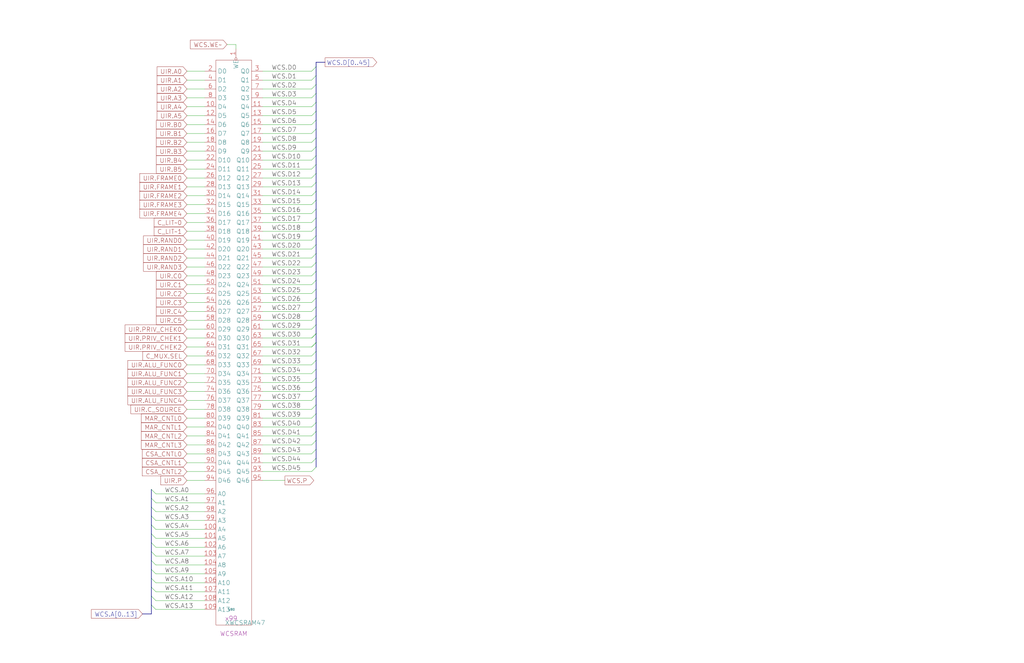
<source format=kicad_sch>
(kicad_sch (version 20221206) (generator eeschema)
  (paper "User" 584.2 378.46)
  (title_block (title "WRITABLE CONTROL STORE\\nWCS BITS 0 TO 15") (date "15-MAR-90") (rev "1.0") (comment 1 "TYPE") (comment 2 "232-003062") (comment 3 "S400") (comment 4 "RELEASED"))
  (lib_symbols
    (symbol "r1000:XWCSRAM47" (pin_names (offset 1.016))
      (property "Reference" "U" (at 2.54 5.08 0))
      (property "Value" "XWCSRAM47" (at -1.27 -2.54 0))
      (property "Location" "___" (at -1.27 0 0))
      (property "Name" "______" (at 3.81 -10.16 0))
      (symbol "XWCSRAM47_1_1"
        (rectangle (start -6.35 318.77) (end 13.97 -3.81))
        (circle (center 5.08 319.405) (radius 0.635))
        (pin input line (at 5.08 325.12 270) (length 5.08) (name "WE") (number "1"))
        (pin input line (at -12.7 292.1 0) (length 6.35) (name "D4") (number "10"))
        (pin input line (at -12.7 50.8 0) (length 6.35) (name "A4") (number "100"))
        (pin input line (at -12.7 45.72 0) (length 6.35) (name "A5") (number "101"))
        (pin input line (at -12.7 40.64 0) (length 6.35) (name "A6") (number "102"))
        (pin input line (at -12.7 35.56 0) (length 6.35) (name "A7") (number "103"))
        (pin input line (at -12.7 30.48 0) (length 6.35) (name "A8") (number "104"))
        (pin input line (at -12.7 25.4 0) (length 6.35) (name "A9") (number "105"))
        (pin input line (at -12.7 20.32 0) (length 6.35) (name "A10") (number "106"))
        (pin input line (at -12.7 15.24 0) (length 6.35) (name "A11") (number "107"))
        (pin input line (at -12.7 10.16 0) (length 6.35) (name "A12") (number "108"))
        (pin input line (at -12.7 5.08 0) (length 6.35) (name "A13") (number "109"))
        (pin output line (at 20.32 292.1 180) (length 6.35) (name "Q4") (number "11"))
        (pin input line (at -12.7 287.02 0) (length 6.35) (name "D5") (number "12"))
        (pin output line (at 20.32 287.02 180) (length 6.35) (name "Q5") (number "13"))
        (pin input line (at -12.7 281.94 0) (length 6.35) (name "D6") (number "14"))
        (pin output line (at 20.32 281.94 180) (length 6.35) (name "Q6") (number "15"))
        (pin input line (at -12.7 276.86 0) (length 6.35) (name "D7") (number "16"))
        (pin output line (at 20.32 276.86 180) (length 6.35) (name "Q7") (number "17"))
        (pin input line (at -12.7 271.78 0) (length 6.35) (name "D8") (number "18"))
        (pin output line (at 20.32 271.78 180) (length 6.35) (name "Q8") (number "19"))
        (pin input line (at -12.7 312.42 0) (length 6.35) (name "D0") (number "2"))
        (pin input line (at -12.7 266.7 0) (length 6.35) (name "D9") (number "20"))
        (pin output line (at 20.32 266.7 180) (length 6.35) (name "Q9") (number "21"))
        (pin input line (at -12.7 261.62 0) (length 6.35) (name "D10") (number "22"))
        (pin output line (at 20.32 261.62 180) (length 6.35) (name "Q10") (number "23"))
        (pin input line (at -12.7 256.54 0) (length 6.35) (name "D11") (number "24"))
        (pin output line (at 20.32 256.54 180) (length 6.35) (name "Q11") (number "25"))
        (pin input line (at -12.7 251.46 0) (length 6.35) (name "D12") (number "26"))
        (pin output line (at 20.32 251.46 180) (length 6.35) (name "Q12") (number "27"))
        (pin input line (at -12.7 246.38 0) (length 6.35) (name "D13") (number "28"))
        (pin output line (at 20.32 246.38 180) (length 6.35) (name "Q13") (number "29"))
        (pin output line (at 20.32 312.42 180) (length 6.35) (name "Q0") (number "3"))
        (pin input line (at -12.7 241.3 0) (length 6.35) (name "D14") (number "30"))
        (pin output line (at 20.32 241.3 180) (length 6.35) (name "Q14") (number "31"))
        (pin input line (at -12.7 236.22 0) (length 6.35) (name "D15") (number "32"))
        (pin output line (at 20.32 236.22 180) (length 6.35) (name "Q15") (number "33"))
        (pin input line (at -12.7 231.14 0) (length 6.35) (name "D16") (number "34"))
        (pin output line (at 20.32 231.14 180) (length 6.35) (name "Q16") (number "35"))
        (pin input line (at -12.7 226.06 0) (length 6.35) (name "D17") (number "36"))
        (pin output line (at 20.32 226.06 180) (length 6.35) (name "Q17") (number "37"))
        (pin input line (at -12.7 220.98 0) (length 6.35) (name "D18") (number "38"))
        (pin output line (at 20.32 220.98 180) (length 6.35) (name "Q18") (number "39"))
        (pin input line (at -12.7 307.34 0) (length 6.35) (name "D1") (number "4"))
        (pin input line (at -12.7 215.9 0) (length 6.35) (name "D19") (number "40"))
        (pin output line (at 20.32 215.9 180) (length 6.35) (name "Q19") (number "41"))
        (pin input line (at -12.7 210.82 0) (length 6.35) (name "D20") (number "42"))
        (pin output line (at 20.32 210.82 180) (length 6.35) (name "Q20") (number "43"))
        (pin input line (at -12.7 205.74 0) (length 6.35) (name "D21") (number "44"))
        (pin output line (at 20.32 205.74 180) (length 6.35) (name "Q21") (number "45"))
        (pin input line (at -12.7 200.66 0) (length 6.35) (name "D22") (number "46"))
        (pin output line (at 20.32 200.66 180) (length 6.35) (name "Q22") (number "47"))
        (pin input line (at -12.7 195.58 0) (length 6.35) (name "D23") (number "48"))
        (pin output line (at 20.32 195.58 180) (length 6.35) (name "Q23") (number "49"))
        (pin output line (at 20.32 307.34 180) (length 6.35) (name "Q1") (number "5"))
        (pin input line (at -12.7 190.5 0) (length 6.35) (name "D24") (number "50"))
        (pin output line (at 20.32 190.5 180) (length 6.35) (name "Q24") (number "51"))
        (pin input line (at -12.7 185.42 0) (length 6.35) (name "D25") (number "52"))
        (pin output line (at 20.32 185.42 180) (length 6.35) (name "Q25") (number "53"))
        (pin input line (at -12.7 180.34 0) (length 6.35) (name "D26") (number "54"))
        (pin output line (at 20.32 180.34 180) (length 6.35) (name "Q26") (number "55"))
        (pin input line (at -12.7 175.26 0) (length 6.35) (name "D27") (number "56"))
        (pin output line (at 20.32 175.26 180) (length 6.35) (name "Q27") (number "57"))
        (pin input line (at -12.7 170.18 0) (length 6.35) (name "D28") (number "58"))
        (pin output line (at 20.32 170.18 180) (length 6.35) (name "Q28") (number "59"))
        (pin input line (at -12.7 302.26 0) (length 6.35) (name "D2") (number "6"))
        (pin input line (at -12.7 165.1 0) (length 6.35) (name "D29") (number "60"))
        (pin output line (at 20.32 165.1 180) (length 6.35) (name "Q29") (number "61"))
        (pin input line (at -12.7 160.02 0) (length 6.35) (name "D30") (number "62"))
        (pin output line (at 20.32 160.02 180) (length 6.35) (name "Q30") (number "63"))
        (pin input line (at -12.7 154.94 0) (length 6.35) (name "D31") (number "64"))
        (pin output line (at 20.32 154.94 180) (length 6.35) (name "Q31") (number "65"))
        (pin input line (at -12.7 149.86 0) (length 6.35) (name "D32") (number "66"))
        (pin output line (at 20.32 149.86 180) (length 6.35) (name "Q32") (number "67"))
        (pin input line (at -12.7 144.78 0) (length 6.35) (name "D33") (number "68"))
        (pin output line (at 20.32 144.78 180) (length 6.35) (name "Q33") (number "69"))
        (pin output line (at 20.32 302.26 180) (length 6.35) (name "Q2") (number "7"))
        (pin input line (at -12.7 139.7 0) (length 6.35) (name "D34") (number "70"))
        (pin output line (at 20.32 139.7 180) (length 6.35) (name "Q34") (number "71"))
        (pin input line (at -12.7 134.62 0) (length 6.35) (name "D35") (number "72"))
        (pin output line (at 20.32 134.62 180) (length 6.35) (name "Q35") (number "73"))
        (pin input line (at -12.7 129.54 0) (length 6.35) (name "D36") (number "74"))
        (pin output line (at 20.32 129.54 180) (length 6.35) (name "Q36") (number "75"))
        (pin input line (at -12.7 124.46 0) (length 6.35) (name "D37") (number "76"))
        (pin output line (at 20.32 124.46 180) (length 6.35) (name "Q37") (number "77"))
        (pin input line (at -12.7 119.38 0) (length 6.35) (name "D38") (number "78"))
        (pin output line (at 20.32 119.38 180) (length 6.35) (name "Q38") (number "79"))
        (pin input line (at -12.7 297.18 0) (length 6.35) (name "D3") (number "8"))
        (pin input line (at -12.7 114.3 0) (length 6.35) (name "D39") (number "80"))
        (pin output line (at 20.32 114.3 180) (length 6.35) (name "Q39") (number "81"))
        (pin input line (at -12.7 109.22 0) (length 6.35) (name "D40") (number "82"))
        (pin output line (at 20.32 109.22 180) (length 6.35) (name "Q40") (number "83"))
        (pin input line (at -12.7 104.14 0) (length 6.35) (name "D41") (number "84"))
        (pin output line (at 20.32 104.14 180) (length 6.35) (name "Q41") (number "85"))
        (pin input line (at -12.7 99.06 0) (length 6.35) (name "D42") (number "86"))
        (pin output line (at 20.32 99.06 180) (length 6.35) (name "Q42") (number "87"))
        (pin input line (at -12.7 93.98 0) (length 6.35) (name "D43") (number "88"))
        (pin output line (at 20.32 93.98 180) (length 6.35) (name "Q43") (number "89"))
        (pin output line (at 20.32 297.18 180) (length 6.35) (name "Q3") (number "9"))
        (pin input line (at -12.7 88.9 0) (length 6.35) (name "D44") (number "90"))
        (pin output line (at 20.32 88.9 180) (length 6.35) (name "Q44") (number "91"))
        (pin input line (at -12.7 83.82 0) (length 6.35) (name "D45") (number "92"))
        (pin output line (at 20.32 83.82 180) (length 6.35) (name "Q45") (number "93"))
        (pin input line (at -12.7 78.74 0) (length 6.35) (name "D46") (number "94"))
        (pin output line (at 20.32 78.74 180) (length 6.35) (name "Q46") (number "95"))
        (pin input line (at -12.7 71.12 0) (length 6.35) (name "A0") (number "96"))
        (pin input line (at -12.7 66.04 0) (length 6.35) (name "A1") (number "97"))
        (pin input line (at -12.7 60.96 0) (length 6.35) (name "A2") (number "98"))
        (pin input line (at -12.7 55.88 0) (length 6.35) (name "A3") (number "99"))
      )
    )
  )
  (bus_entry (at 180.34 109.22) (size -2.54 2.54))
  (bus_entry (at 86.36 309.88) (size 2.54 2.54))
  (bus_entry (at 180.34 236.22) (size -2.54 2.54))
  (bus_entry (at 180.34 180.34) (size -2.54 2.54))
  (bus_entry (at 180.34 48.26) (size -2.54 2.54))
  (bus_entry (at 180.34 251.46) (size -2.54 2.54))
  (bus_entry (at 180.34 261.62) (size -2.54 2.54))
  (bus_entry (at 180.34 58.42) (size -2.54 2.54))
  (bus_entry (at 180.34 144.78) (size -2.54 2.54))
  (bus_entry (at 180.34 165.1) (size -2.54 2.54))
  (bus_entry (at 180.34 226.06) (size -2.54 2.54))
  (bus_entry (at 180.34 73.66) (size -2.54 2.54))
  (bus_entry (at 180.34 149.86) (size -2.54 2.54))
  (bus_entry (at 180.34 195.58) (size -2.54 2.54))
  (bus_entry (at 180.34 154.94) (size -2.54 2.54))
  (bus_entry (at 180.34 241.3) (size -2.54 2.54))
  (bus_entry (at 180.34 175.26) (size -2.54 2.54))
  (bus_entry (at 180.34 185.42) (size -2.54 2.54))
  (bus_entry (at 180.34 38.1) (size -2.54 2.54))
  (bus_entry (at 86.36 284.48) (size 2.54 2.54))
  (bus_entry (at 180.34 134.62) (size -2.54 2.54))
  (bus_entry (at 180.34 220.98) (size -2.54 2.54))
  (bus_entry (at 86.36 330.2) (size 2.54 2.54))
  (bus_entry (at 180.34 170.18) (size -2.54 2.54))
  (bus_entry (at 180.34 190.5) (size -2.54 2.54))
  (bus_entry (at 180.34 256.54) (size -2.54 2.54))
  (bus_entry (at 180.34 139.7) (size -2.54 2.54))
  (bus_entry (at 86.36 345.44) (size 2.54 2.54))
  (bus_entry (at 86.36 279.4) (size 2.54 2.54))
  (bus_entry (at 180.34 119.38) (size -2.54 2.54))
  (bus_entry (at 180.34 210.82) (size -2.54 2.54))
  (bus_entry (at 180.34 246.38) (size -2.54 2.54))
  (bus_entry (at 86.36 335.28) (size 2.54 2.54))
  (bus_entry (at 180.34 88.9) (size -2.54 2.54))
  (bus_entry (at 180.34 129.54) (size -2.54 2.54))
  (bus_entry (at 180.34 190.5) (size -2.54 2.54))
  (bus_entry (at 180.34 93.98) (size -2.54 2.54))
  (bus_entry (at 180.34 124.46) (size -2.54 2.54))
  (bus_entry (at 180.34 99.06) (size -2.54 2.54))
  (bus_entry (at 180.34 200.66) (size -2.54 2.54))
  (bus_entry (at 180.34 78.74) (size -2.54 2.54))
  (bus_entry (at 180.34 195.58) (size -2.54 2.54))
  (bus_entry (at 86.36 314.96) (size 2.54 2.54))
  (bus_entry (at 180.34 68.58) (size -2.54 2.54))
  (bus_entry (at 180.34 205.74) (size -2.54 2.54))
  (bus_entry (at 180.34 215.9) (size -2.54 2.54))
  (bus_entry (at 86.36 320.04) (size 2.54 2.54))
  (bus_entry (at 180.34 43.18) (size -2.54 2.54))
  (bus_entry (at 86.36 325.12) (size 2.54 2.54))
  (bus_entry (at 180.34 266.7) (size -2.54 2.54))
  (bus_entry (at 180.34 114.3) (size -2.54 2.54))
  (bus_entry (at 86.36 289.56) (size 2.54 2.54))
  (bus_entry (at 180.34 160.02) (size -2.54 2.54))
  (bus_entry (at 180.34 83.82) (size -2.54 2.54))
  (bus_entry (at 180.34 104.14) (size -2.54 2.54))
  (bus_entry (at 86.36 304.8) (size 2.54 2.54))
  (bus_entry (at 180.34 63.5) (size -2.54 2.54))
  (bus_entry (at 180.34 53.34) (size -2.54 2.54))
  (bus_entry (at 180.34 231.14) (size -2.54 2.54))
  (bus_entry (at 86.36 294.64) (size 2.54 2.54))
  (bus_entry (at 86.36 299.72) (size 2.54 2.54))
  (bus_entry (at 86.36 340.36) (size 2.54 2.54))
  (wire (pts (xy 88.9 287.02) (xy 116.84 287.02)))
  (wire (pts (xy 106.68 274.32) (xy 116.84 274.32)))
  (wire (pts (xy 149.86 142.24) (xy 177.8 142.24)))
  (wire (pts (xy 106.68 193.04) (xy 116.84 193.04)))
  (wire (pts (xy 149.86 81.28) (xy 177.8 81.28)))
  (wire (pts (xy 106.68 66.04) (xy 116.84 66.04)))
  (wire (pts (xy 149.86 76.2) (xy 177.8 76.2)))
  (wire (pts (xy 149.86 106.68) (xy 177.8 106.68)))
  (bus (pts (xy 180.34 205.74) (xy 180.34 200.66)))
  (wire (pts (xy 106.68 213.36) (xy 116.84 213.36)))
  (wire (pts (xy 106.68 152.4) (xy 116.84 152.4)))
  (wire (pts (xy 149.86 274.32) (xy 162.56 274.32)))
  (wire (pts (xy 106.68 172.72) (xy 116.84 172.72)))
  (wire (pts (xy 106.68 55.88) (xy 116.84 55.88)))
  (bus (pts (xy 180.34 226.06) (xy 180.34 220.98)))
  (wire (pts (xy 149.86 238.76) (xy 177.8 238.76)))
  (wire (pts (xy 149.86 177.8) (xy 177.8 177.8)))
  (bus (pts (xy 180.34 256.54) (xy 180.34 251.46)))
  (wire (pts (xy 149.86 172.72) (xy 177.8 172.72)))
  (bus (pts (xy 86.36 330.2) (xy 86.36 335.28)))
  (bus (pts (xy 180.34 175.26) (xy 180.34 170.18)))
  (bus (pts (xy 180.34 93.98) (xy 180.34 88.9)))
  (wire (pts (xy 106.68 243.84) (xy 116.84 243.84)))
  (wire (pts (xy 129.54 25.4) (xy 134.62 25.4)))
  (wire (pts (xy 116.84 347.98) (xy 88.9 347.98)))
  (wire (pts (xy 149.86 91.44) (xy 177.8 91.44)))
  (wire (pts (xy 106.68 198.12) (xy 116.84 198.12)))
  (wire (pts (xy 106.68 60.96) (xy 116.84 60.96)))
  (bus (pts (xy 86.36 340.36) (xy 86.36 345.44)))
  (wire (pts (xy 149.86 218.44) (xy 177.8 218.44)))
  (wire (pts (xy 106.68 269.24) (xy 116.84 269.24)))
  (wire (pts (xy 106.68 264.16) (xy 116.84 264.16)))
  (wire (pts (xy 149.86 264.16) (xy 177.8 264.16)))
  (bus (pts (xy 180.34 35.56) (xy 185.42 35.56)))
  (wire (pts (xy 106.68 121.92) (xy 116.84 121.92)))
  (wire (pts (xy 106.68 254) (xy 116.84 254)))
  (bus (pts (xy 180.34 38.1) (xy 180.34 35.56)))
  (bus (pts (xy 180.34 160.02) (xy 180.34 154.94)))
  (wire (pts (xy 106.68 167.64) (xy 116.84 167.64)))
  (wire (pts (xy 106.68 127) (xy 116.84 127)))
  (bus (pts (xy 180.34 180.34) (xy 180.34 175.26)))
  (wire (pts (xy 106.68 208.28) (xy 116.84 208.28)))
  (bus (pts (xy 86.36 284.48) (xy 86.36 289.56)))
  (bus (pts (xy 180.34 215.9) (xy 180.34 210.82)))
  (wire (pts (xy 149.86 45.72) (xy 177.8 45.72)))
  (wire (pts (xy 106.68 203.2) (xy 116.84 203.2)))
  (wire (pts (xy 106.68 91.44) (xy 116.84 91.44)))
  (bus (pts (xy 180.34 190.5) (xy 180.34 185.42)))
  (bus (pts (xy 86.36 325.12) (xy 86.36 330.2)))
  (wire (pts (xy 116.84 332.74) (xy 88.9 332.74)))
  (wire (pts (xy 149.86 137.16) (xy 177.8 137.16)))
  (wire (pts (xy 134.62 25.4) (xy 134.62 27.94)))
  (wire (pts (xy 149.86 66.04) (xy 177.8 66.04)))
  (wire (pts (xy 88.9 302.26) (xy 116.84 302.26)))
  (wire (pts (xy 116.84 322.58) (xy 88.9 322.58)))
  (wire (pts (xy 149.86 162.56) (xy 177.8 162.56)))
  (wire (pts (xy 116.84 337.82) (xy 88.9 337.82)))
  (wire (pts (xy 106.68 223.52) (xy 116.84 223.52)))
  (wire (pts (xy 106.68 40.64) (xy 116.84 40.64)))
  (wire (pts (xy 88.9 292.1) (xy 116.84 292.1)))
  (wire (pts (xy 149.86 198.12) (xy 177.8 198.12)))
  (wire (pts (xy 149.86 55.88) (xy 177.8 55.88)))
  (bus (pts (xy 180.34 104.14) (xy 180.34 99.06)))
  (wire (pts (xy 106.68 182.88) (xy 116.84 182.88)))
  (wire (pts (xy 106.68 86.36) (xy 116.84 86.36)))
  (wire (pts (xy 149.86 152.4) (xy 177.8 152.4)))
  (wire (pts (xy 149.86 243.84) (xy 177.8 243.84)))
  (bus (pts (xy 180.34 261.62) (xy 180.34 256.54)))
  (wire (pts (xy 116.84 327.66) (xy 88.9 327.66)))
  (wire (pts (xy 106.68 116.84) (xy 116.84 116.84)))
  (wire (pts (xy 149.86 147.32) (xy 177.8 147.32)))
  (wire (pts (xy 149.86 60.96) (xy 177.8 60.96)))
  (wire (pts (xy 149.86 132.08) (xy 177.8 132.08)))
  (wire (pts (xy 106.68 45.72) (xy 116.84 45.72)))
  (bus (pts (xy 180.34 124.46) (xy 180.34 119.38)))
  (wire (pts (xy 106.68 137.16) (xy 116.84 137.16)))
  (bus (pts (xy 180.34 43.18) (xy 180.34 38.1)))
  (bus (pts (xy 180.34 231.14) (xy 180.34 226.06)))
  (bus (pts (xy 180.34 195.58) (xy 180.34 190.5)))
  (bus (pts (xy 180.34 88.9) (xy 180.34 83.82)))
  (wire (pts (xy 149.86 193.04) (xy 177.8 193.04)))
  (wire (pts (xy 149.86 96.52) (xy 177.8 96.52)))
  (bus (pts (xy 180.34 134.62) (xy 180.34 129.54)))
  (bus (pts (xy 86.36 314.96) (xy 86.36 320.04)))
  (wire (pts (xy 149.86 203.2) (xy 177.8 203.2)))
  (bus (pts (xy 180.34 63.5) (xy 180.34 58.42)))
  (bus (pts (xy 180.34 78.74) (xy 180.34 73.66)))
  (wire (pts (xy 149.86 187.96) (xy 177.8 187.96)))
  (wire (pts (xy 149.86 101.6) (xy 177.8 101.6)))
  (wire (pts (xy 106.68 187.96) (xy 116.84 187.96)))
  (bus (pts (xy 180.34 144.78) (xy 180.34 139.7)))
  (wire (pts (xy 149.86 40.64) (xy 177.8 40.64)))
  (wire (pts (xy 149.86 167.64) (xy 177.8 167.64)))
  (bus (pts (xy 86.36 320.04) (xy 86.36 325.12)))
  (wire (pts (xy 88.9 312.42) (xy 116.84 312.42)))
  (wire (pts (xy 106.68 111.76) (xy 116.84 111.76)))
  (wire (pts (xy 106.68 162.56) (xy 116.84 162.56)))
  (wire (pts (xy 149.86 86.36) (xy 177.8 86.36)))
  (wire (pts (xy 106.68 50.8) (xy 116.84 50.8)))
  (wire (pts (xy 149.86 50.8) (xy 177.8 50.8)))
  (bus (pts (xy 180.34 246.38) (xy 180.34 241.3)))
  (bus (pts (xy 86.36 304.8) (xy 86.36 309.88)))
  (wire (pts (xy 149.86 182.88) (xy 177.8 182.88)))
  (bus (pts (xy 81.28 350.52) (xy 86.36 350.52)))
  (wire (pts (xy 149.86 71.12) (xy 177.8 71.12)))
  (bus (pts (xy 180.34 99.06) (xy 180.34 93.98)))
  (wire (pts (xy 116.84 342.9) (xy 88.9 342.9)))
  (wire (pts (xy 149.86 254) (xy 177.8 254)))
  (bus (pts (xy 180.34 68.58) (xy 180.34 63.5)))
  (wire (pts (xy 149.86 228.6) (xy 177.8 228.6)))
  (wire (pts (xy 106.68 233.68) (xy 116.84 233.68)))
  (wire (pts (xy 116.84 317.5) (xy 88.9 317.5)))
  (wire (pts (xy 149.86 259.08) (xy 177.8 259.08)))
  (bus (pts (xy 180.34 241.3) (xy 180.34 236.22)))
  (wire (pts (xy 106.68 101.6) (xy 116.84 101.6)))
  (bus (pts (xy 86.36 289.56) (xy 86.36 294.64)))
  (wire (pts (xy 106.68 218.44) (xy 116.84 218.44)))
  (wire (pts (xy 149.86 116.84) (xy 177.8 116.84)))
  (wire (pts (xy 149.86 223.52) (xy 177.8 223.52)))
  (bus (pts (xy 86.36 314.96) (xy 86.36 309.88)))
  (bus (pts (xy 180.34 73.66) (xy 180.34 68.58)))
  (bus (pts (xy 180.34 139.7) (xy 180.34 134.62)))
  (wire (pts (xy 149.86 111.76) (xy 177.8 111.76)))
  (bus (pts (xy 86.36 350.52) (xy 86.36 345.44)))
  (bus (pts (xy 180.34 266.7) (xy 180.34 261.62)))
  (bus (pts (xy 180.34 58.42) (xy 180.34 53.34)))
  (bus (pts (xy 86.36 299.72) (xy 86.36 304.8)))
  (bus (pts (xy 180.34 53.34) (xy 180.34 48.26)))
  (bus (pts (xy 180.34 149.86) (xy 180.34 144.78)))
  (bus (pts (xy 86.36 279.4) (xy 86.36 284.48)))
  (bus (pts (xy 180.34 251.46) (xy 180.34 246.38)))
  (wire (pts (xy 106.68 238.76) (xy 116.84 238.76)))
  (wire (pts (xy 149.86 233.68) (xy 177.8 233.68)))
  (bus (pts (xy 180.34 220.98) (xy 180.34 215.9)))
  (wire (pts (xy 88.9 307.34) (xy 116.84 307.34)))
  (wire (pts (xy 149.86 213.36) (xy 177.8 213.36)))
  (wire (pts (xy 106.68 132.08) (xy 116.84 132.08)))
  (bus (pts (xy 180.34 170.18) (xy 180.34 165.1)))
  (wire (pts (xy 106.68 228.6) (xy 116.84 228.6)))
  (wire (pts (xy 149.86 121.92) (xy 177.8 121.92)))
  (wire (pts (xy 149.86 157.48) (xy 177.8 157.48)))
  (wire (pts (xy 106.68 248.92) (xy 116.84 248.92)))
  (wire (pts (xy 106.68 177.8) (xy 116.84 177.8)))
  (wire (pts (xy 106.68 259.08) (xy 116.84 259.08)))
  (bus (pts (xy 180.34 83.82) (xy 180.34 78.74)))
  (bus (pts (xy 180.34 210.82) (xy 180.34 205.74)))
  (bus (pts (xy 180.34 48.26) (xy 180.34 43.18)))
  (bus (pts (xy 180.34 129.54) (xy 180.34 124.46)))
  (wire (pts (xy 88.9 297.18) (xy 116.84 297.18)))
  (wire (pts (xy 106.68 76.2) (xy 116.84 76.2)))
  (wire (pts (xy 106.68 157.48) (xy 116.84 157.48)))
  (wire (pts (xy 106.68 142.24) (xy 116.84 142.24)))
  (wire (pts (xy 149.86 269.24) (xy 177.8 269.24)))
  (bus (pts (xy 180.34 119.38) (xy 180.34 114.3)))
  (wire (pts (xy 149.86 208.28) (xy 177.8 208.28)))
  (bus (pts (xy 180.34 165.1) (xy 180.34 160.02)))
  (bus (pts (xy 180.34 200.66) (xy 180.34 195.58)))
  (bus (pts (xy 86.36 294.64) (xy 86.36 299.72)))
  (wire (pts (xy 106.68 96.52) (xy 116.84 96.52)))
  (wire (pts (xy 106.68 106.68) (xy 116.84 106.68)))
  (wire (pts (xy 106.68 71.12) (xy 116.84 71.12)))
  (bus (pts (xy 180.34 109.22) (xy 180.34 104.14)))
  (bus (pts (xy 180.34 114.3) (xy 180.34 109.22)))
  (bus (pts (xy 86.36 335.28) (xy 86.36 340.36)))
  (wire (pts (xy 149.86 127) (xy 177.8 127)))
  (bus (pts (xy 180.34 185.42) (xy 180.34 180.34)))
  (wire (pts (xy 106.68 147.32) (xy 116.84 147.32)))
  (bus (pts (xy 180.34 154.94) (xy 180.34 149.86)))
  (wire (pts (xy 149.86 248.92) (xy 177.8 248.92)))
  (wire (pts (xy 88.9 281.94) (xy 116.84 281.94)))
  (wire (pts (xy 106.68 81.28) (xy 116.84 81.28)))
  (bus (pts (xy 180.34 236.22) (xy 180.34 231.14)))
  (label "WCS.D7" (at 154.94 76.2 0) (effects (font (size 2.54 2.54))))
  (label "WCS.D16" (at 154.94 121.92 0) (effects (font (size 2.54 2.54))))
  (label "WCS.D36" (at 154.94 223.52 0) (effects (font (size 2.54 2.54))))
  (label "WCS.D0" (at 154.94 40.64 0) (effects (font (size 2.54 2.54))))
  (label "WCS.A7" (at 93.98 317.5 0) (effects (font (size 2.54 2.54))))
  (label "WCS.D31" (at 154.94 198.12 0) (effects (font (size 2.54 2.54))))
  (label "WCS.D6" (at 154.94 71.12 0) (effects (font (size 2.54 2.54))))
  (label "WCS.D5" (at 154.94 66.04 0) (effects (font (size 2.54 2.54))))
  (label "WCS.A11" (at 93.98 337.82 0) (effects (font (size 2.54 2.54))))
  (label "WCS.D32" (at 154.94 203.2 0) (effects (font (size 2.54 2.54))))
  (label "WCS.D25" (at 154.94 167.64 0) (effects (font (size 2.54 2.54))))
  (label "WCS.D8" (at 154.94 81.28 0) (effects (font (size 2.54 2.54))))
  (label "WCS.D30" (at 154.94 193.04 0) (effects (font (size 2.54 2.54))))
  (label "WCS.D21" (at 154.94 147.32 0) (effects (font (size 2.54 2.54))))
  (label "WCS.D17" (at 154.94 127 0) (effects (font (size 2.54 2.54))))
  (label "WCS.D37" (at 154.94 228.6 0) (effects (font (size 2.54 2.54))))
  (label "WCS.A6" (at 93.98 312.42 0) (effects (font (size 2.54 2.54))))
  (label "WCS.A4" (at 93.98 302.26 0) (effects (font (size 2.54 2.54))))
  (label "WCS.D19" (at 154.94 137.16 0) (effects (font (size 2.54 2.54))))
  (label "WCS.D26" (at 154.94 172.72 0) (effects (font (size 2.54 2.54))))
  (label "WCS.D9" (at 154.94 86.36 0) (effects (font (size 2.54 2.54))))
  (label "WCS.D34" (at 154.94 213.36 0) (effects (font (size 2.54 2.54))))
  (label "WCS.D45" (at 154.94 269.24 0) (effects (font (size 2.54 2.54))))
  (label "WCS.D18" (at 154.94 132.08 0) (effects (font (size 2.54 2.54))))
  (label "WCS.A5" (at 93.98 307.34 0) (effects (font (size 2.54 2.54))))
  (label "WCS.D2" (at 154.94 50.8 0) (effects (font (size 2.54 2.54))))
  (label "WCS.D10" (at 154.94 91.44 0) (effects (font (size 2.54 2.54))))
  (label "WCS.A9" (at 93.98 327.66 0) (effects (font (size 2.54 2.54))))
  (label "WCS.D28" (at 154.94 182.88 0) (effects (font (size 2.54 2.54))))
  (label "WCS.D24" (at 154.94 162.56 0) (effects (font (size 2.54 2.54))))
  (label "WCS.D43" (at 154.94 259.08 0) (effects (font (size 2.54 2.54))))
  (label "WCS.D39" (at 154.94 238.76 0) (effects (font (size 2.54 2.54))))
  (label "WCS.D29" (at 154.94 187.96 0) (effects (font (size 2.54 2.54))))
  (label "WCS.D11" (at 154.94 96.52 0) (effects (font (size 2.54 2.54))))
  (label "WCS.D44" (at 154.94 264.16 0) (effects (font (size 2.54 2.54))))
  (label "WCS.A12" (at 93.98 342.9 0) (effects (font (size 2.54 2.54))))
  (label "WCS.D35" (at 154.94 218.44 0) (effects (font (size 2.54 2.54))))
  (label "WCS.D41" (at 154.94 248.92 0) (effects (font (size 2.54 2.54))))
  (label "WCS.D23" (at 154.94 157.48 0) (effects (font (size 2.54 2.54))))
  (label "WCS.D14" (at 154.94 111.76 0) (effects (font (size 2.54 2.54))))
  (label "WCS.D3" (at 154.94 55.88 0) (effects (font (size 2.54 2.54))))
  (label "WCS.D4" (at 154.94 60.96 0) (effects (font (size 2.54 2.54))))
  (label "WCS.A13" (at 93.98 347.98 0) (effects (font (size 2.54 2.54))))
  (label "WCS.A1" (at 93.98 287.02 0) (effects (font (size 2.54 2.54))))
  (label "WCS.A0" (at 93.98 281.94 0) (effects (font (size 2.54 2.54))))
  (label "WCS.A10" (at 93.98 332.74 0) (effects (font (size 2.54 2.54))))
  (label "WCS.A3" (at 93.98 297.18 0) (effects (font (size 2.54 2.54))))
  (label "WCS.D33" (at 154.94 208.28 0) (effects (font (size 2.54 2.54))))
  (label "WCS.D15" (at 154.94 116.84 0) (effects (font (size 2.54 2.54))))
  (label "WCS.D27" (at 154.94 177.8 0) (effects (font (size 2.54 2.54))))
  (label "WCS.D12" (at 154.94 101.6 0) (effects (font (size 2.54 2.54))))
  (label "WCS.D13" (at 154.94 106.68 0) (effects (font (size 2.54 2.54))))
  (label "WCS.D20" (at 154.94 142.24 0) (effects (font (size 2.54 2.54))))
  (label "WCS.D22" (at 154.94 152.4 0) (effects (font (size 2.54 2.54))))
  (label "WCS.D38" (at 154.94 233.68 0) (effects (font (size 2.54 2.54))))
  (label "WCS.A8" (at 93.98 322.58 0) (effects (font (size 2.54 2.54))))
  (label "WCS.D1" (at 154.94 45.72 0) (effects (font (size 2.54 2.54))))
  (label "WCS.D40" (at 154.94 243.84 0) (effects (font (size 2.54 2.54))))
  (label "WCS.A2" (at 93.98 292.1 0) (effects (font (size 2.54 2.54))))
  (label "WCS.D42" (at 154.94 254 0) (effects (font (size 2.54 2.54))))
  (global_label "UIR.RAND1" (shape input) (at 106.68 142.24 180) (effects (font (size 2.54 2.54))) (property "Intersheetrefs" "${INTERSHEET_REFS}" (at 81.8969 142.0813 0) (effects (font (size 1.905 1.905)) (justify right))))
  (global_label "UIR.PRIV_CHEK0" (shape input) (at 106.68 187.96 180) (effects (font (size 2.54 2.54))) (property "Intersheetrefs" "${INTERSHEET_REFS}" (at 71.374 187.8013 0) (effects (font (size 1.905 1.905)) (justify right))))
  (global_label "UIR.FRAME1" (shape input) (at 106.68 106.68 180) (effects (font (size 2.54 2.54))) (property "Intersheetrefs" "${INTERSHEET_REFS}" (at 79.7197 106.5213 0) (effects (font (size 1.905 1.905)) (justify right))))
  (global_label "UIR.C5" (shape input) (at 106.68 182.88 180) (effects (font (size 2.54 2.54))) (property "Intersheetrefs" "${INTERSHEET_REFS}" (at 89.275 182.7213 0) (effects (font (size 1.905 1.905)) (justify right))))
  (global_label "MAR_CNTL2" (shape input) (at 106.68 248.92 180) (effects (font (size 2.54 2.54))) (property "Intersheetrefs" "${INTERSHEET_REFS}" (at 80.6873 248.7613 0) (effects (font (size 1.905 1.905)) (justify right))))
  (global_label "UIR.A1" (shape input) (at 106.68 45.72 180) (effects (font (size 2.54 2.54))) (property "Intersheetrefs" "${INTERSHEET_REFS}" (at 89.6378 45.5613 0) (effects (font (size 1.905 1.905)) (justify right))))
  (global_label "UIR.PRIV_CHEK2" (shape input) (at 106.68 198.12 180) (effects (font (size 2.54 2.54))) (property "Intersheetrefs" "${INTERSHEET_REFS}" (at 71.374 197.9613 0) (effects (font (size 1.905 1.905)) (justify right))))
  (global_label "UIR.B5" (shape input) (at 106.68 96.52 180) (effects (font (size 2.54 2.54))) (property "Intersheetrefs" "${INTERSHEET_REFS}" (at 89.275 96.3613 0) (effects (font (size 1.905 1.905)) (justify right))))
  (global_label "UIR.C0" (shape input) (at 106.68 157.48 180) (effects (font (size 2.54 2.54))) (property "Intersheetrefs" "${INTERSHEET_REFS}" (at 89.275 157.3213 0) (effects (font (size 1.905 1.905)) (justify right))))
  (global_label "UIR.B2" (shape input) (at 106.68 81.28 180) (effects (font (size 2.54 2.54))) (property "Intersheetrefs" "${INTERSHEET_REFS}" (at 89.275 81.1213 0) (effects (font (size 1.905 1.905)) (justify right))))
  (global_label "UIR.B1" (shape input) (at 106.68 76.2 180) (effects (font (size 2.54 2.54))) (property "Intersheetrefs" "${INTERSHEET_REFS}" (at 89.275 76.0413 0) (effects (font (size 1.905 1.905)) (justify right))))
  (global_label "UIR.C_SOURCE" (shape input) (at 106.68 233.68 180) (effects (font (size 2.54 2.54))) (property "Intersheetrefs" "${INTERSHEET_REFS}" (at 74.6397 233.5213 0) (effects (font (size 1.905 1.905)) (justify right))))
  (global_label "C_LIT~1" (shape input) (at 106.68 132.08 180) (effects (font (size 2.54 2.54))) (property "Intersheetrefs" "${INTERSHEET_REFS}" (at 87.9445 131.9213 0) (effects (font (size 1.905 1.905)) (justify right))))
  (global_label "UIR.ALU_FUNC2" (shape input) (at 106.68 218.44 180) (effects (font (size 2.54 2.54))) (property "Intersheetrefs" "${INTERSHEET_REFS}" (at 72.9464 218.2813 0) (effects (font (size 1.905 1.905)) (justify right))))
  (global_label "UIR.A4" (shape input) (at 106.68 60.96 180) (effects (font (size 2.54 2.54))) (property "Intersheetrefs" "${INTERSHEET_REFS}" (at 89.6378 60.8013 0) (effects (font (size 1.905 1.905)) (justify right))))
  (global_label "UIR.ALU_FUNC1" (shape input) (at 106.68 213.36 180) (effects (font (size 2.54 2.54))) (property "Intersheetrefs" "${INTERSHEET_REFS}" (at 72.9464 213.2013 0) (effects (font (size 1.905 1.905)) (justify right))))
  (global_label "WCS.WE~" (shape input) (at 129.54 25.4 180) (effects (font (size 2.54 2.54))) (property "Intersheetrefs" "${INTERSHEET_REFS}" (at 106.2083 25.2413 0) (effects (font (size 1.905 1.905)) (justify right))))
  (global_label "CSA_CNTL2" (shape input) (at 106.68 269.24 180) (effects (font (size 2.54 2.54))) (property "Intersheetrefs" "${INTERSHEET_REFS}" (at 81.1711 269.0813 0) (effects (font (size 1.905 1.905)) (justify right))))
  (global_label "UIR.C2" (shape input) (at 106.68 167.64 180) (effects (font (size 2.54 2.54))) (property "Intersheetrefs" "${INTERSHEET_REFS}" (at 89.275 167.4813 0) (effects (font (size 1.905 1.905)) (justify right))))
  (global_label "UIR.A2" (shape input) (at 106.68 50.8 180) (effects (font (size 2.54 2.54))) (property "Intersheetrefs" "${INTERSHEET_REFS}" (at 89.6378 50.6413 0) (effects (font (size 1.905 1.905)) (justify right))))
  (global_label "UIR.P" (shape input) (at 106.68 274.32 180) (effects (font (size 2.54 2.54))) (property "Intersheetrefs" "${INTERSHEET_REFS}" (at 91.694 274.1613 0) (effects (font (size 1.905 1.905)) (justify right))))
  (global_label "WCS.P" (shape output) (at 162.56 274.32 0) (effects (font (size 2.54 2.54))) (property "Intersheetrefs" "${INTERSHEET_REFS}" (at 178.9974 274.1613 0) (effects (font (size 1.905 1.905)) (justify left))))
  (global_label "C_MUX.SEL" (shape input) (at 106.68 203.2 180) (effects (font (size 2.54 2.54))) (property "Intersheetrefs" "${INTERSHEET_REFS}" (at 81.413 203.0413 0) (effects (font (size 1.905 1.905)) (justify right))))
  (global_label "UIR.A0" (shape input) (at 106.68 40.64 180) (effects (font (size 2.54 2.54))) (property "Intersheetrefs" "${INTERSHEET_REFS}" (at 89.6378 40.4813 0) (effects (font (size 1.905 1.905)) (justify right))))
  (global_label "UIR.FRAME0" (shape input) (at 106.68 101.6 180) (effects (font (size 2.54 2.54))) (property "Intersheetrefs" "${INTERSHEET_REFS}" (at 79.7197 101.4413 0) (effects (font (size 1.905 1.905)) (justify right))))
  (global_label "UIR.FRAME4" (shape input) (at 106.68 121.92 180) (effects (font (size 2.54 2.54))) (property "Intersheetrefs" "${INTERSHEET_REFS}" (at 79.7197 121.7613 0) (effects (font (size 1.905 1.905)) (justify right))))
  (global_label "UIR.ALU_FUNC4" (shape input) (at 106.68 228.6 180) (effects (font (size 2.54 2.54))) (property "Intersheetrefs" "${INTERSHEET_REFS}" (at 72.9464 228.4413 0) (effects (font (size 1.905 1.905)) (justify right))))
  (global_label "MAR_CNTL1" (shape input) (at 106.68 243.84 180) (effects (font (size 2.54 2.54))) (property "Intersheetrefs" "${INTERSHEET_REFS}" (at 80.6873 243.6813 0) (effects (font (size 1.905 1.905)) (justify right))))
  (global_label "UIR.B0" (shape input) (at 106.68 71.12 180) (effects (font (size 2.54 2.54))) (property "Intersheetrefs" "${INTERSHEET_REFS}" (at 89.275 70.9613 0) (effects (font (size 1.905 1.905)) (justify right))))
  (global_label "UIR.B4" (shape input) (at 106.68 91.44 180) (effects (font (size 2.54 2.54))) (property "Intersheetrefs" "${INTERSHEET_REFS}" (at 89.275 91.2813 0) (effects (font (size 1.905 1.905)) (justify right))))
  (global_label "UIR.C1" (shape input) (at 106.68 162.56 180) (effects (font (size 2.54 2.54))) (property "Intersheetrefs" "${INTERSHEET_REFS}" (at 89.275 162.4013 0) (effects (font (size 1.905 1.905)) (justify right))))
  (global_label "CSA_CNTL1" (shape input) (at 106.68 264.16 180) (effects (font (size 2.54 2.54))) (property "Intersheetrefs" "${INTERSHEET_REFS}" (at 81.1711 264.0013 0) (effects (font (size 1.905 1.905)) (justify right))))
  (global_label "UIR.ALU_FUNC3" (shape input) (at 106.68 223.52 180) (effects (font (size 2.54 2.54))) (property "Intersheetrefs" "${INTERSHEET_REFS}" (at 72.9464 223.3613 0) (effects (font (size 1.905 1.905)) (justify right))))
  (global_label "UIR.C3" (shape input) (at 106.68 172.72 180) (effects (font (size 2.54 2.54))) (property "Intersheetrefs" "${INTERSHEET_REFS}" (at 89.275 172.5613 0) (effects (font (size 1.905 1.905)) (justify right))))
  (global_label "C_LIT~0" (shape input) (at 106.68 127 180) (effects (font (size 2.54 2.54))) (property "Intersheetrefs" "${INTERSHEET_REFS}" (at 87.9445 126.8413 0) (effects (font (size 1.905 1.905)) (justify right))))
  (global_label "UIR.RAND0" (shape input) (at 106.68 137.16 180) (effects (font (size 2.54 2.54))) (property "Intersheetrefs" "${INTERSHEET_REFS}" (at 81.8969 137.0013 0) (effects (font (size 1.905 1.905)) (justify right))))
  (global_label "MAR_CNTL3" (shape input) (at 106.68 254 180) (effects (font (size 2.54 2.54))) (property "Intersheetrefs" "${INTERSHEET_REFS}" (at 80.6873 253.8413 0) (effects (font (size 1.905 1.905)) (justify right))))
  (global_label "WCS.A[0..13]" (shape input) (at 81.28 350.52 180) (effects (font (size 2.54 2.54))) (property "Intersheetrefs" "${INTERSHEET_REFS}" (at 45.974 350.3613 0) (effects (font (size 1.905 1.905)) (justify right))))
  (global_label "WCS.D[0..45]" (shape output) (at 185.42 35.56 0) (effects (font (size 2.54 2.54))) (property "Intersheetrefs" "${INTERSHEET_REFS}" (at 215.5869 35.56 0) (effects (font (size 1.905 1.905)) (justify left))))
  (global_label "UIR.FRAME2" (shape input) (at 106.68 111.76 180) (effects (font (size 2.54 2.54))) (property "Intersheetrefs" "${INTERSHEET_REFS}" (at 79.7197 111.6013 0) (effects (font (size 1.905 1.905)) (justify right))))
  (global_label "UIR.RAND2" (shape input) (at 106.68 147.32 180) (effects (font (size 2.54 2.54))) (property "Intersheetrefs" "${INTERSHEET_REFS}" (at 81.8969 147.1613 0) (effects (font (size 1.905 1.905)) (justify right))))
  (global_label "UIR.A5" (shape input) (at 106.68 66.04 180) (effects (font (size 2.54 2.54))) (property "Intersheetrefs" "${INTERSHEET_REFS}" (at 89.6378 65.8813 0) (effects (font (size 1.905 1.905)) (justify right))))
  (global_label "UIR.FRAME3" (shape input) (at 106.68 116.84 180) (effects (font (size 2.54 2.54))) (property "Intersheetrefs" "${INTERSHEET_REFS}" (at 79.7197 116.6813 0) (effects (font (size 1.905 1.905)) (justify right))))
  (global_label "UIR.PRIV_CHEK1" (shape input) (at 106.68 193.04 180) (effects (font (size 2.54 2.54))) (property "Intersheetrefs" "${INTERSHEET_REFS}" (at 71.374 192.8813 0) (effects (font (size 1.905 1.905)) (justify right))))
  (global_label "MAR_CNTL0" (shape input) (at 106.68 238.76 180) (effects (font (size 2.54 2.54))) (property "Intersheetrefs" "${INTERSHEET_REFS}" (at 80.6873 238.6013 0) (effects (font (size 1.905 1.905)) (justify right))))
  (global_label "UIR.B3" (shape input) (at 106.68 86.36 180) (effects (font (size 2.54 2.54))) (property "Intersheetrefs" "${INTERSHEET_REFS}" (at 89.275 86.2013 0) (effects (font (size 1.905 1.905)) (justify right))))
  (global_label "UIR.RAND3" (shape input) (at 106.68 152.4 180) (effects (font (size 2.54 2.54))) (property "Intersheetrefs" "${INTERSHEET_REFS}" (at 81.8969 152.2413 0) (effects (font (size 1.905 1.905)) (justify right))))
  (global_label "UIR.A3" (shape input) (at 106.68 55.88 180) (effects (font (size 2.54 2.54))) (property "Intersheetrefs" "${INTERSHEET_REFS}" (at 89.6378 55.7213 0) (effects (font (size 1.905 1.905)) (justify right))))
  (global_label "UIR.ALU_FUNC0" (shape input) (at 106.68 208.28 180) (effects (font (size 2.54 2.54))) (property "Intersheetrefs" "${INTERSHEET_REFS}" (at 72.9464 208.1213 0) (effects (font (size 1.905 1.905)) (justify right))))
  (global_label "CSA_CNTL0" (shape input) (at 106.68 259.08 180) (effects (font (size 2.54 2.54))) (property "Intersheetrefs" "${INTERSHEET_REFS}" (at 81.1711 258.9213 0) (effects (font (size 1.905 1.905)) (justify right))))
  (global_label "UIR.C4" (shape input) (at 106.68 177.8 180) (effects (font (size 2.54 2.54))) (property "Intersheetrefs" "${INTERSHEET_REFS}" (at 89.275 177.6413 0) (effects (font (size 1.905 1.905)) (justify right))))
  (symbol (lib_id "r1000:XWCSRAM47") (at 129.54 353.06 0) (unit 1)
    (property "Reference" "U80" (at 132.08 347.98 0))
    (property "Value" "XWCSRAM47" (at 128.27 355.6 0) (effects (font (size 2.54 2.54)) (justify left)))
    (property "Location" "x99" (at 128.27 353.06 0) (effects (font (size 2.54 2.54)) (justify left)))
    (property "Name" "WCSRAM" (at 133.35 363.22 0) (effects (font (size 2.54 2.54)) (justify bottom)))
  )
)
</source>
